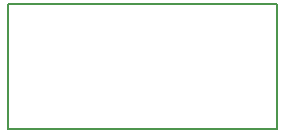
<source format=gko>
*%FSLAX24Y24*%
*%MOIN*%
G01*
%ADD11C,0.0030*%
%ADD12C,0.0043*%
%ADD13C,0.0050*%
%ADD14C,0.0060*%
%ADD15C,0.0073*%
%ADD16C,0.0080*%
%ADD17C,0.0100*%
%ADD18C,0.0120*%
%ADD19C,0.0200*%
%ADD20C,0.0300*%
%ADD21C,0.0320*%
%ADD22C,0.0400*%
%ADD23C,0.0560*%
%ADD24C,0.0600*%
%ADD25C,0.0620*%
%ADD26C,0.0700*%
%ADD27C,0.0800*%
%ADD28R,0.0098X0.0331*%
%ADD29R,0.0178X0.0411*%
%ADD30R,0.0200X0.0250*%
%ADD31R,0.0250X0.0200*%
%ADD32R,0.0280X0.0330*%
%ADD33R,0.0330X0.0280*%
%ADD34R,0.0331X0.0098*%
%ADD35R,0.0411X0.0178*%
%ADD36R,0.0551X0.0453*%
%ADD37R,0.0620X0.0620*%
%ADD38R,0.0631X0.0533*%
%ADD39R,0.0700X0.0700*%
%ADD40R,0.2400X0.0800*%
%ADD41R,0.2480X0.0880*%
D13*
X281460Y118000D02*
X284175D01*
Y122180D01*
X281460D01*
X275200D02*
Y118000D01*
Y122180D02*
X281460D01*
Y118000D02*
X275200D01*
D02*
M02*

</source>
